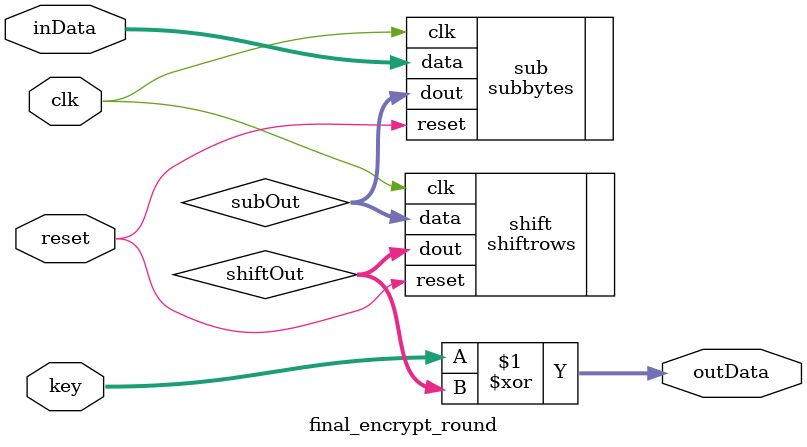
<source format=sv>
`timescale 1ns / 1ps

module final_encrypt_round(
    input clk,
    input reset,
    input [127:0]inData,
    input [127:0]key,
    output logic [127:0]outData
    );
    
//Subbytes
//shiftrows
//add round key

logic [127:0]subOut, shiftOut;

subbytes sub(.clk(clk), .reset(reset), .data(inData), .dout(subOut));
shiftrows shift(.clk(clk), .reset(reset), .data(subOut), .dout(shiftOut));
assign outData = key^shiftOut;

endmodule

</source>
